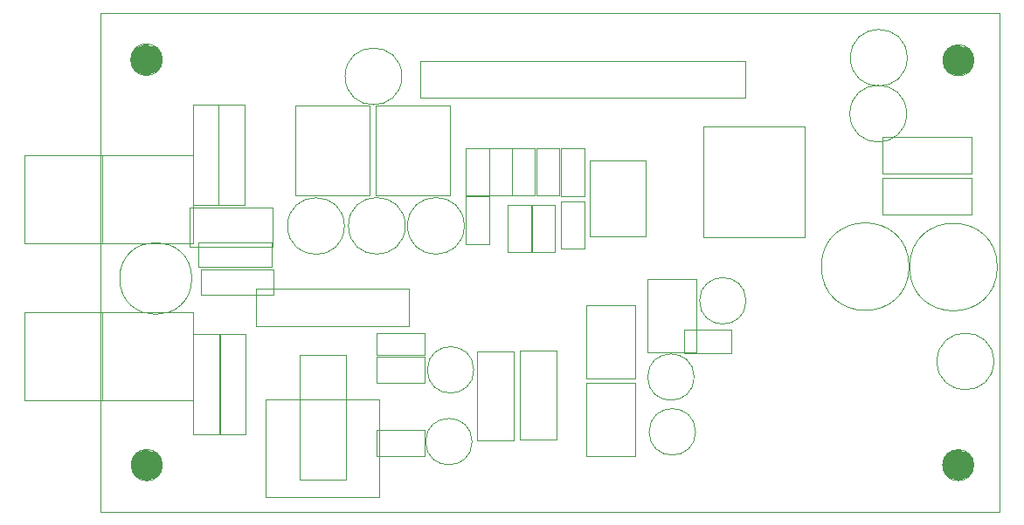
<source format=gbr>
%TF.GenerationSoftware,KiCad,Pcbnew,7.0.6*%
%TF.CreationDate,2023-09-03T13:44:34+00:00*%
%TF.ProjectId,SI4735,53493437-3335-42e6-9b69-6361645f7063,rev?*%
%TF.SameCoordinates,Original*%
%TF.FileFunction,Other,User*%
%FSLAX45Y45*%
G04 Gerber Fmt 4.5, Leading zero omitted, Abs format (unit mm)*
G04 Created by KiCad (PCBNEW 7.0.6) date 2023-09-03 13:44:34*
%MOMM*%
%LPD*%
G01*
G04 APERTURE LIST*
%ADD10C,0.050000*%
%TA.AperFunction,Profile*%
%ADD11C,0.050000*%
%TD*%
%TA.AperFunction,Profile*%
%ADD12C,1.535132*%
%TD*%
%TA.AperFunction,Profile*%
%ADD13C,1.516643*%
%TD*%
%TA.AperFunction,Profile*%
%ADD14C,0.100000*%
%TD*%
G04 APERTURE END LIST*
D10*
%TO.C,C6*%
X16270000Y-9282500D02*
X16270000Y-9742500D01*
X16040000Y-9282500D02*
X16270000Y-9282500D01*
X16270000Y-9742500D02*
X16040000Y-9742500D01*
X16040000Y-9742500D02*
X16040000Y-9282500D01*
%TO.C,C8*%
X15453000Y-9566000D02*
G75*
G03*
X15453000Y-9566000I-275000J0D01*
G01*
%TO.C,C15*%
X15639000Y-10819000D02*
X15639000Y-10609000D01*
X15639000Y-10609000D02*
X15179000Y-10609000D01*
X15179000Y-10819000D02*
X15639000Y-10819000D01*
X15179000Y-10609000D02*
X15179000Y-10819000D01*
%TO.C,C10*%
X13449000Y-9728000D02*
X13449000Y-9968000D01*
X13449000Y-9968000D02*
X14159000Y-9968000D01*
X14159000Y-9728000D02*
X13449000Y-9728000D01*
X14159000Y-9968000D02*
X14159000Y-9728000D01*
%TO.C,C13*%
X13470000Y-9992500D02*
X13470000Y-10232500D01*
X13470000Y-10232500D02*
X14180000Y-10232500D01*
X14180000Y-9992500D02*
X13470000Y-9992500D01*
X14180000Y-10232500D02*
X14180000Y-9992500D01*
%TO.C,C7*%
X14864000Y-9568000D02*
G75*
G03*
X14864000Y-9568000I-275000J0D01*
G01*
%TO.C,C18*%
X16118000Y-10964000D02*
G75*
G03*
X16118000Y-10964000I-225000J0D01*
G01*
%TO.C,C22*%
X16101260Y-11661000D02*
G75*
G03*
X16101260Y-11661000I-225000J0D01*
G01*
%TO.C,C17*%
X15179000Y-10834000D02*
X15179000Y-11094000D01*
X15179000Y-11094000D02*
X15639000Y-11094000D01*
X15639000Y-10834000D02*
X15179000Y-10834000D01*
X15639000Y-11094000D02*
X15639000Y-10834000D01*
%TO.C,J3*%
X11767998Y-9738002D02*
X13397998Y-9738002D01*
X11767998Y-9738002D02*
X11767998Y-8878002D01*
X13397998Y-8878002D02*
X13397998Y-9738002D01*
X13397998Y-8878002D02*
X11767998Y-8878002D01*
%TO.C,Y1*%
X14429000Y-10821500D02*
X14429000Y-12031500D01*
X14429000Y-12031500D02*
X14879000Y-12031500D01*
X14879000Y-10821500D02*
X14429000Y-10821500D01*
X14879000Y-12031500D02*
X14879000Y-10821500D01*
%TO.C,C9*%
X17189730Y-9325870D02*
X17189730Y-9785870D01*
X16959730Y-9325870D02*
X17189730Y-9325870D01*
X17189730Y-9785870D02*
X16959730Y-9785870D01*
X16959730Y-9785870D02*
X16959730Y-9325870D01*
%TO.C,R4*%
X16721030Y-9270610D02*
X16721030Y-8814610D01*
X16945030Y-9270610D02*
X16721030Y-9270610D01*
X16721030Y-8814610D02*
X16945030Y-8814610D01*
X16945030Y-8814610D02*
X16945030Y-9270610D01*
%TO.C,C11*%
X20336000Y-9962000D02*
G75*
G03*
X20336000Y-9962000I-425000J0D01*
G01*
%TO.C,R7*%
X14011000Y-10172000D02*
X14011000Y-10542000D01*
X14011000Y-10542000D02*
X15491000Y-10542000D01*
X15491000Y-10172000D02*
X14011000Y-10172000D01*
X15491000Y-10542000D02*
X15491000Y-10172000D01*
%TO.C,C19*%
X18252875Y-11034000D02*
G75*
G03*
X18252875Y-11034000I-225000J0D01*
G01*
%TO.C,D2*%
X13646500Y-9361500D02*
X13896500Y-9361500D01*
X13896500Y-9361500D02*
X13896500Y-8389500D01*
X13646500Y-8389500D02*
X13646500Y-9361500D01*
X13896500Y-8389500D02*
X13646500Y-8389500D01*
%TO.C,J1*%
X15596000Y-8321000D02*
X15596000Y-7966000D01*
X18746000Y-8321000D02*
X15596000Y-8321000D01*
X15596000Y-7966000D02*
X18746000Y-7966000D01*
X18746000Y-7966000D02*
X18746000Y-8321000D01*
%TO.C,Q2*%
X17678000Y-10339750D02*
X17204000Y-10339750D01*
X17678000Y-10339750D02*
X17678000Y-11049750D01*
X17204000Y-11049750D02*
X17204000Y-10339750D01*
X17204000Y-11049750D02*
X17678000Y-11049750D01*
%TO.C,C21*%
X15178000Y-11544000D02*
X15178000Y-11804000D01*
X15178000Y-11804000D02*
X15638000Y-11804000D01*
X15638000Y-11544000D02*
X15178000Y-11544000D01*
X15638000Y-11804000D02*
X15638000Y-11544000D01*
%TO.C,C2*%
X15421000Y-8115000D02*
G75*
G03*
X15421000Y-8115000I-275000J0D01*
G01*
%TO.C,C3*%
X20312000Y-8477000D02*
G75*
G03*
X20312000Y-8477000I-275000J0D01*
G01*
%TO.C,L1*%
X13364000Y-9389000D02*
X13364000Y-9769000D01*
X13364000Y-9769000D02*
X14168000Y-9769000D01*
X14168000Y-9389000D02*
X13364000Y-9389000D01*
X14168000Y-9769000D02*
X14168000Y-9389000D01*
%TO.C,R3*%
X16711350Y-8814610D02*
X16711350Y-9270610D01*
X16487350Y-8814610D02*
X16711350Y-8814610D01*
X16711350Y-9270610D02*
X16487350Y-9270610D01*
X16487350Y-9270610D02*
X16487350Y-8814610D01*
%TO.C,U3*%
X17239180Y-9669030D02*
X17779680Y-9669030D01*
X17239180Y-9669030D02*
X17239180Y-8928030D01*
X17779680Y-9669030D02*
X17779680Y-8928030D01*
X17239180Y-8928030D02*
X17779680Y-8928030D01*
%TO.C,Q3*%
X17686000Y-11091750D02*
X17212000Y-11091750D01*
X17686000Y-11091750D02*
X17686000Y-11801750D01*
X17212000Y-11801750D02*
X17212000Y-11091750D01*
X17212000Y-11801750D02*
X17686000Y-11801750D01*
%TO.C,D4*%
X13401998Y-11586002D02*
X13651998Y-11586002D01*
X13651998Y-11586002D02*
X13651998Y-10614002D01*
X13401998Y-10614002D02*
X13401998Y-11586002D01*
X13651998Y-10614002D02*
X13401998Y-10614002D01*
%TO.C,C4*%
X16959730Y-9274970D02*
X16959730Y-8814970D01*
X17189730Y-9274970D02*
X16959730Y-9274970D01*
X16959730Y-8814970D02*
X17189730Y-8814970D01*
X17189730Y-8814970D02*
X17189730Y-9274970D01*
%TO.C,J8*%
X14097660Y-11247340D02*
X14097660Y-12197340D01*
X14097660Y-12197340D02*
X15197660Y-12197340D01*
X15197660Y-11247340D02*
X14097660Y-11247340D01*
X15197660Y-12197340D02*
X15197660Y-11247340D01*
%TO.C,C1*%
X20318000Y-7934000D02*
G75*
G03*
X20318000Y-7934000I-275000J0D01*
G01*
%TO.C,J6*%
X16149000Y-10786500D02*
X16504000Y-10786500D01*
X16149000Y-11651500D02*
X16149000Y-10786500D01*
X16504000Y-10786500D02*
X16504000Y-11651500D01*
X16504000Y-11651500D02*
X16149000Y-11651500D01*
%TO.C,C5*%
X16026000Y-9566000D02*
G75*
G03*
X16026000Y-9566000I-275000J0D01*
G01*
%TO.C,U2*%
X15169000Y-9274000D02*
X15889000Y-9274000D01*
X15889000Y-9274000D02*
X15889000Y-8394000D01*
X15169000Y-8394000D02*
X15169000Y-9274000D01*
X15889000Y-8394000D02*
X15169000Y-8394000D01*
%TO.C,J2*%
X20076000Y-9055470D02*
X20076000Y-8700470D01*
X20941000Y-9055470D02*
X20076000Y-9055470D01*
X20076000Y-8700470D02*
X20941000Y-8700470D01*
X20941000Y-8700470D02*
X20941000Y-9055470D01*
%TO.C,C16*%
X21157000Y-10882489D02*
G75*
G03*
X21157000Y-10882489I-275000J0D01*
G01*
%TO.C,D1*%
X13644000Y-8389500D02*
X13394000Y-8389500D01*
X13394000Y-8389500D02*
X13394000Y-9361500D01*
X13644000Y-9361500D02*
X13644000Y-8389500D01*
X13394000Y-9361500D02*
X13644000Y-9361500D01*
%TO.C,L2*%
X13385000Y-10077000D02*
G75*
G03*
X13385000Y-10077000I-349000J0D01*
G01*
%TO.C,C12*%
X21191000Y-9966000D02*
G75*
G03*
X21191000Y-9966000I-425000J0D01*
G01*
%TO.C,R8*%
X18614000Y-10801750D02*
X18158000Y-10801750D01*
X18614000Y-10577750D02*
X18614000Y-10801750D01*
X18158000Y-10801750D02*
X18158000Y-10577750D01*
X18158000Y-10577750D02*
X18614000Y-10577750D01*
%TO.C,J7*%
X16916000Y-11643000D02*
X16561000Y-11643000D01*
X16916000Y-10778000D02*
X16916000Y-11643000D01*
X16561000Y-11643000D02*
X16561000Y-10778000D01*
X16561000Y-10778000D02*
X16916000Y-10778000D01*
%TO.C,R2*%
X16487830Y-8814610D02*
X16487830Y-9270610D01*
X16263830Y-8814610D02*
X16487830Y-8814610D01*
X16487830Y-9270610D02*
X16263830Y-9270610D01*
X16263830Y-9270610D02*
X16263830Y-8814610D01*
%TO.C,R6*%
X16905000Y-9364750D02*
X16905000Y-9820750D01*
X16681000Y-9364750D02*
X16905000Y-9364750D01*
X16905000Y-9820750D02*
X16681000Y-9820750D01*
X16681000Y-9820750D02*
X16681000Y-9364750D01*
%TO.C,J4*%
X20940500Y-9102970D02*
X20940500Y-9457970D01*
X20075500Y-9102970D02*
X20940500Y-9102970D01*
X20940500Y-9457970D02*
X20075500Y-9457970D01*
X20075500Y-9457970D02*
X20075500Y-9102970D01*
%TO.C,C14*%
X18756000Y-10293750D02*
G75*
G03*
X18756000Y-10293750I-225000J0D01*
G01*
%TO.C,U4*%
X19320500Y-9675000D02*
X19320500Y-8605000D01*
X19320500Y-8605000D02*
X18340500Y-8605000D01*
X18340500Y-9675000D02*
X19320500Y-9675000D01*
X18340500Y-8605000D02*
X18340500Y-9675000D01*
%TO.C,J5*%
X11765500Y-11260500D02*
X13395500Y-11260500D01*
X11765500Y-11260500D02*
X11765500Y-10400500D01*
X13395500Y-10400500D02*
X13395500Y-11260500D01*
X13395500Y-10400500D02*
X11765500Y-10400500D01*
%TO.C,U1*%
X14389000Y-9274000D02*
X15109000Y-9274000D01*
X15109000Y-9274000D02*
X15109000Y-8394000D01*
X14389000Y-8394000D02*
X14389000Y-9274000D01*
X15109000Y-8394000D02*
X14389000Y-8394000D01*
%TO.C,Q1*%
X18271000Y-10084750D02*
X17797000Y-10084750D01*
X18271000Y-10084750D02*
X18271000Y-10794750D01*
X17797000Y-10794750D02*
X17797000Y-10084750D01*
X17797000Y-10794750D02*
X18271000Y-10794750D01*
%TO.C,C20*%
X18266875Y-11566000D02*
G75*
G03*
X18266875Y-11566000I-225000J0D01*
G01*
%TO.C,R1*%
X16040310Y-9272750D02*
X16040310Y-8816750D01*
X16264310Y-9272750D02*
X16040310Y-9272750D01*
X16040310Y-8816750D02*
X16264310Y-8816750D01*
X16264310Y-8816750D02*
X16264310Y-9272750D01*
%TO.C,D3*%
X13906998Y-10614002D02*
X13656998Y-10614002D01*
X13656998Y-10614002D02*
X13656998Y-11586002D01*
X13906998Y-11586002D02*
X13906998Y-10614002D01*
X13656998Y-11586002D02*
X13906998Y-11586002D01*
%TO.C,R5*%
X16672000Y-9367000D02*
X16672000Y-9823000D01*
X16448000Y-9367000D02*
X16672000Y-9367000D01*
X16672000Y-9823000D02*
X16448000Y-9823000D01*
X16448000Y-9823000D02*
X16448000Y-9367000D01*
%TD*%
D11*
X13100268Y-7953000D02*
G75*
G03*
X13100268Y-7953000I-153912J0D01*
G01*
D12*
X13023113Y-7953000D02*
G75*
G03*
X13023113Y-7953000I-76757J0D01*
G01*
D11*
X20965013Y-7959000D02*
G75*
G03*
X20965013Y-7959000I-151013J0D01*
G01*
D13*
X20889832Y-7959000D02*
G75*
G03*
X20889832Y-7959000I-75832J0D01*
G01*
D12*
X13025757Y-11889000D02*
G75*
G03*
X13025757Y-11889000I-76757J0D01*
G01*
D11*
X20962513Y-11889000D02*
G75*
G03*
X20962513Y-11889000I-151013J0D01*
G01*
X13101069Y-11889000D02*
G75*
G03*
X13101069Y-11889000I-152069J0D01*
G01*
D12*
X20891757Y-11887000D02*
G75*
G03*
X20891757Y-11887000I-76757J0D01*
G01*
D11*
X12496500Y-7499000D02*
X21209000Y-7499000D01*
X21209000Y-12346500D01*
X12496500Y-12346500D01*
X12496500Y-7499000D01*
D14*
%TO.C,J3*%
X12517998Y-8878002D02*
X12517998Y-9738002D01*
%TO.C,J5*%
X12515500Y-10400500D02*
X12515500Y-11260500D01*
%TD*%
M02*

</source>
